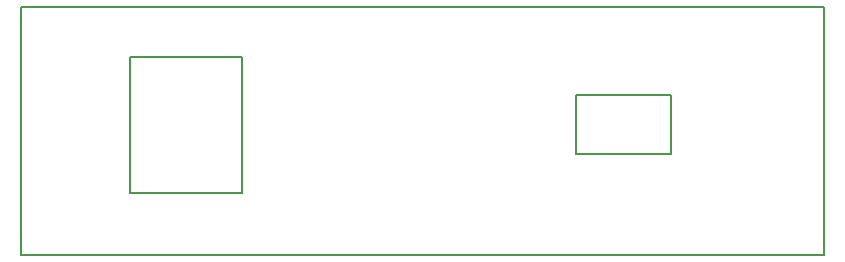
<source format=gm1>
G04 #@! TF.GenerationSoftware,KiCad,Pcbnew,5.0.0-rc2*
G04 #@! TF.CreationDate,2019-06-24T18:00:31-04:00*
G04 #@! TF.ProjectId,panelback,70616E656C6261636B2E6B696361645F,rev?*
G04 #@! TF.SameCoordinates,Original*
G04 #@! TF.FileFunction,Profile,NP*
%FSLAX46Y46*%
G04 Gerber Fmt 4.6, Leading zero omitted, Abs format (unit mm)*
G04 Created by KiCad (PCBNEW 5.0.0-rc2) date Mon Jun 24 18:00:31 2019*
%MOMM*%
%LPD*%
G01*
G04 APERTURE LIST*
%ADD10C,0.152400*%
G04 APERTURE END LIST*
D10*
X78750000Y-83250000D02*
X69250000Y-83250000D01*
X78750000Y-94750000D02*
X78750000Y-83250000D01*
X69250000Y-94750000D02*
X78750000Y-94750000D01*
X69250000Y-83250000D02*
X69250000Y-94750000D01*
X115000000Y-86500000D02*
X115000000Y-87000000D01*
X107000000Y-86500000D02*
X115000000Y-86500000D01*
X107000000Y-91500000D02*
X107000000Y-86500000D01*
X115000000Y-91500000D02*
X107000000Y-91500000D01*
X115000000Y-87000000D02*
X115000000Y-91500000D01*
X128000000Y-100000000D02*
X60000000Y-100000000D01*
X128000000Y-79000000D02*
X128000000Y-100000000D01*
X60000000Y-79000000D02*
X128000000Y-79000000D01*
X60000000Y-100000000D02*
X60000000Y-79000000D01*
M02*

</source>
